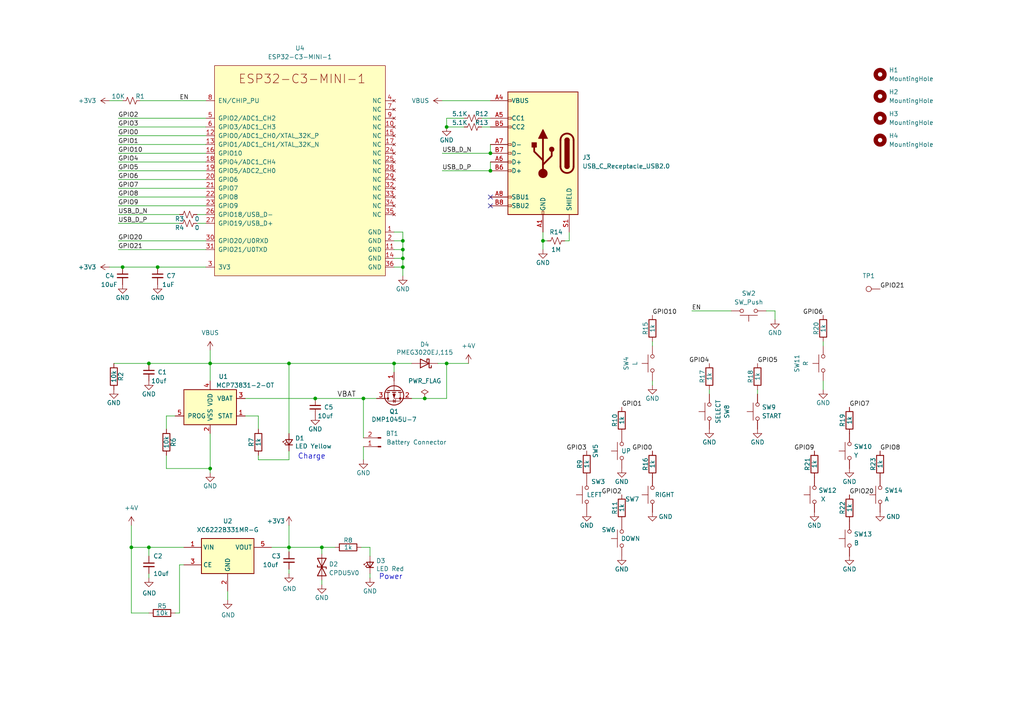
<source format=kicad_sch>
(kicad_sch (version 20250114) (generator "eeschema") (generator_version "9.0")
  (paper "A4")
  (lib_symbols
    (symbol "Battery_Management:MCP73831-2-OT" (pin_names (offset 1.016))
      (property "Reference" "U" (at -7.62 6.35 0))
      (property "Value" "MCP73831-2-OT" (at 1.27 6.35 0))
      (symbol "MCP73831-2-OT_0_1"
        (rectangle (start -7.62 5.08) (end 7.62 -5.08) (stroke (width 0.254)) (fill (type background)))
      )
      (symbol "MCP73831-2-OT_1_1"
        (pin input line (at -10.16 -2.54 0) (length 2.54) (name "PROG") (number "5"))
        (pin power_in line (at 0 7.62 270) (length 2.54) (name "VDD") (number "4"))
        (pin power_in line (at 0 -7.62 90) (length 2.54) (name "VSS") (number "2"))
        (pin power_out line (at 10.16 2.54 180) (length 2.54) (name "VBAT") (number "3"))
        (pin output line (at 10.16 -2.54 180) (length 2.54) (name "STAT") (number "1"))
      )
    )
    (symbol "Connector:Conn_01x02_Male" (pin_names (offset 1.016) (hide yes))
      (property "Reference" "J" (at 0 2.54 0))
      (property "Value" "Conn_01x02_Male" (at 0 -5.08 0))
      (symbol "Conn_01x02_Male_1_1"
        (rectangle (start 0.8636 0.127) (end 0 -0.127) (stroke (width 0.1524)) (fill (type outline)))
        (rectangle (start 0.8636 -2.413) (end 0 -2.667) (stroke (width 0.1524)) (fill (type outline)))
        (polyline (pts (xy 1.27 0) (xy 0.8636 0)) (stroke (width 0.1524)))
        (polyline (pts (xy 1.27 -2.54) (xy 0.8636 -2.54)) (stroke (width 0.1524)))
        (pin passive line (at 5.08 0 180) (length 3.81) (name "Pin_1") (number "1"))
        (pin passive line (at 5.08 -2.54 180) (length 3.81) (name "Pin_2") (number "2"))
      )
    )
    (symbol "Connector:TestPoint" (pin_numbers (hide yes)) (pin_names (offset 0.762) (hide yes))
      (property "Reference" "TP" (at 0 6.858 0))
      (property "Value" "TestPoint" (at 0 5.08 0))
      (symbol "TestPoint_0_1"
        (circle (center 0 3.302) (radius 0.762))
      )
      (symbol "TestPoint_1_1"
        (pin passive line (at 0 0 90) (length 2.54) (name "1") (number "1"))
      )
    )
    (symbol "Connector:USB_C_Receptacle_USB2.0" (pin_names (offset 1.016))
      (property "Reference" "J" (at -10.16 19.05 0))
      (property "Value" "USB_C_Receptacle_USB2.0" (at 19.05 19.05 0))
      (symbol "USB_C_Receptacle_USB2.0_0_0"
        (rectangle (start -0.254 -17.78) (end 0.254 -16.764))
        (rectangle (start 10.16 15.494) (end 9.144 14.986))
        (rectangle (start 10.16 10.414) (end 9.144 9.906))
        (rectangle (start 10.16 7.874) (end 9.144 7.366))
        (rectangle (start 10.16 2.794) (end 9.144 2.286))
        (rectangle (start 10.16 0.254) (end 9.144 -0.254))
        (rectangle (start 10.16 -2.286) (end 9.144 -2.794))
        (rectangle (start 10.16 -4.826) (end 9.144 -5.334))
        (rectangle (start 10.16 -12.446) (end 9.144 -12.954))
        (rectangle (start 10.16 -14.986) (end 9.144 -15.494))
      )
      (symbol "USB_C_Receptacle_USB2.0_0_1"
        (rectangle (start -10.16 17.78) (end 10.16 -17.78) (stroke (width 0.254)) (fill (type background)))
        (polyline (pts (xy -8.89 -3.81) (xy -8.89 3.81)) (stroke (width 0.508)))
        (rectangle (start -7.62 -3.81) (end -6.35 3.81) (stroke (width 0.254)) (fill (type outline)))
        (arc (start -7.62 3.81) (mid -6.985 4.4422) (end -6.35 3.81) (stroke (width 0.254)))
        (arc (start -7.62 3.81) (mid -6.985 4.4422) (end -6.35 3.81) (stroke (width 0.254)) (fill (type outline)))
        (arc (start -8.89 3.81) (mid -6.985 5.7066) (end -5.08 3.81) (stroke (width 0.508)))
        (arc (start -5.08 -3.81) (mid -6.985 -5.7066) (end -8.89 -3.81) (stroke (width 0.508)))
        (arc (start -6.35 -3.81) (mid -6.985 -4.4422) (end -7.62 -3.81) (stroke (width 0.254)))
        (arc (start -6.35 -3.81) (mid -6.985 -4.4422) (end -7.62 -3.81) (stroke (width 0.254)) (fill (type outline)))
        (polyline (pts (xy -5.08 3.81) (xy -5.08 -3.81)) (stroke (width 0.508)))
        (circle (center -2.54 1.143) (radius 0.635) (stroke (width 0.254)) (fill (type outline)))
        (polyline (pts (xy -1.27 4.318) (xy 0 6.858) (xy 1.27 4.318) (xy -1.27 4.318)) (stroke (width 0.254)) (fill (type outline)))
        (polyline (pts (xy 0 -2.032) (xy 2.54 0.508) (xy 2.54 1.778)) (stroke (width 0.508)))
        (polyline (pts (xy 0 -3.302) (xy -2.54 -0.762) (xy -2.54 0.508)) (stroke (width 0.508)))
        (polyline (pts (xy 0 -5.842) (xy 0 4.318)) (stroke (width 0.508)))
        (circle (center 0 -5.842) (radius 1.27) (fill (type outline)))
        (rectangle (start 1.905 1.778) (end 3.175 3.048) (stroke (width 0.254)) (fill (type outline)))
      )
      (symbol "USB_C_Receptacle_USB2.0_1_1"
        (pin passive line (at -7.62 -22.86 90) (length 5.08) (name "SHIELD") (number "S1"))
        (pin power_in line (at 0 -22.86 90) (length 5.08) (name "GND") (number "A1"))
        (pin passive line (at 0 -22.86 90) (length 5.08) (hide yes) (name "GND") (number "A12"))
        (pin passive line (at 0 -22.86 90) (length 5.08) (hide yes) (name "GND") (number "B1"))
        (pin passive line (at 0 -22.86 90) (length 5.08) (hide yes) (name "GND") (number "B12"))
        (pin power_in line (at 15.24 15.24 180) (length 5.08) (name "VBUS") (number "A4"))
        (pin passive line (at 15.24 15.24 180) (length 5.08) (hide yes) (name "VBUS") (number "A9"))
        (pin passive line (at 15.24 15.24 180) (length 5.08) (hide yes) (name "VBUS") (number "B4"))
        (pin passive line (at 15.24 15.24 180) (length 5.08) (hide yes) (name "VBUS") (number "B9"))
        (pin bidirectional line (at 15.24 10.16 180) (length 5.08) (name "CC1") (number "A5"))
        (pin bidirectional line (at 15.24 7.62 180) (length 5.08) (name "CC2") (number "B5"))
        (pin bidirectional line (at 15.24 2.54 180) (length 5.08) (name "D-") (number "A7"))
        (pin bidirectional line (at 15.24 0 180) (length 5.08) (name "D-") (number "B7"))
        (pin bidirectional line (at 15.24 -2.54 180) (length 5.08) (name "D+") (number "A6"))
        (pin bidirectional line (at 15.24 -5.08 180) (length 5.08) (name "D+") (number "B6"))
        (pin bidirectional line (at 15.24 -12.7 180) (length 5.08) (name "SBU1") (number "A8"))
        (pin bidirectional line (at 15.24 -15.24 180) (length 5.08) (name "SBU2") (number "B8"))
      )
    )
    (symbol "Device:C_Small" (pin_numbers (hide yes)) (pin_names (offset 0.254) (hide yes))
      (property "Reference" "C" (at 0.254 1.778 0))
      (property "Value" "C_Small" (at 0.254 -2.032 0))
      (symbol "C_Small_0_1"
        (polyline (pts (xy -1.524 0.508) (xy 1.524 0.508)) (stroke (width 0.3048)))
        (polyline (pts (xy -1.524 -0.508) (xy 1.524 -0.508)) (stroke (width 0.3302)))
      )
      (symbol "C_Small_1_1"
        (pin passive line (at 0 2.54 270) (length 2.032) (name "~") (number "1"))
        (pin passive line (at 0 -2.54 90) (length 2.032) (name "~") (number "2"))
      )
    )
    (symbol "Device:D_Schottky" (pin_numbers (hide yes)) (pin_names (offset 1.016) (hide yes))
      (property "Reference" "D" (at 0 2.54 0))
      (property "Value" "D_Schottky" (at 0 -2.54 0))
      (symbol "D_Schottky_0_1"
        (polyline (pts (xy -1.905 0.635) (xy -1.905 1.27) (xy -1.27 1.27) (xy -1.27 -1.27) (xy -0.635 -1.27) (xy -0.635 -0.635)) (stroke (width 0.254)))
        (polyline (pts (xy 1.27 1.27) (xy 1.27 -1.27) (xy -1.27 0) (xy 1.27 1.27)) (stroke (width 0.254)))
        (polyline (pts (xy 1.27 0) (xy -1.27 0)))
      )
      (symbol "D_Schottky_1_1"
        (pin passive line (at -3.81 0 0) (length 2.54) (name "K") (number "1"))
        (pin passive line (at 3.81 0 180) (length 2.54) (name "A") (number "2"))
      )
    )
    (symbol "Device:D_TVS" (pin_numbers (hide yes)) (pin_names (offset 1.016) (hide yes))
      (property "Reference" "D" (at 0 2.54 0))
      (property "Value" "D_TVS" (at 0 -2.54 0))
      (symbol "D_TVS_0_1"
        (polyline (pts (xy -2.54 1.27) (xy -2.54 -1.27) (xy 2.54 1.27) (xy 2.54 -1.27) (xy -2.54 1.27)) (stroke (width 0.254)))
        (polyline (pts (xy 0.508 1.27) (xy 0 1.27) (xy 0 -1.27) (xy -0.508 -1.27)) (stroke (width 0.254)))
        (polyline (pts (xy 1.27 0) (xy -1.27 0)))
      )
      (symbol "D_TVS_1_1"
        (pin passive line (at -3.81 0 0) (length 2.54) (name "A1") (number "1"))
        (pin passive line (at 3.81 0 180) (length 2.54) (name "A2") (number "2"))
      )
    )
    (symbol "Device:LED_Small" (pin_numbers (hide yes)) (pin_names (offset 0.254) (hide yes))
      (property "Reference" "D" (at -1.27 3.175 0))
      (property "Value" "LED_Small" (at -4.445 -2.54 0))
      (symbol "LED_Small_0_1"
        (polyline (pts (xy -0.762 -1.016) (xy -0.762 1.016)) (stroke (width 0.254)))
        (polyline (pts (xy 0 0.762) (xy -0.508 1.27) (xy -0.254 1.27) (xy -0.508 1.27) (xy -0.508 1.016)))
        (polyline (pts (xy 0.508 1.27) (xy 0 1.778) (xy 0.254 1.778) (xy 0 1.778) (xy 0 1.524)))
        (polyline (pts (xy 0.762 -1.016) (xy -0.762 0) (xy 0.762 1.016) (xy 0.762 -1.016)) (stroke (width 0.254)))
        (polyline (pts (xy 1.016 0) (xy -0.762 0)))
      )
      (symbol "LED_Small_1_1"
        (pin passive line (at -2.54 0 0) (length 1.778) (name "K") (number "1"))
        (pin passive line (at 2.54 0 180) (length 1.778) (name "A") (number "2"))
      )
    )
    (symbol "Device:Q_PMOS_GSD" (pin_names (offset 0) (hide yes))
      (property "Reference" "Q" (at 5.08 1.27 0))
      (property "Value" "Q_PMOS_GSD" (at 5.08 -1.27 0))
      (symbol "Q_PMOS_GSD_0_1"
        (polyline (pts (xy 0.254 1.905) (xy 0.254 -1.905)) (stroke (width 0.254)))
        (polyline (pts (xy 0.254 0) (xy -2.54 0)))
        (polyline (pts (xy 0.762 2.286) (xy 0.762 1.27)) (stroke (width 0.254)))
        (polyline (pts (xy 0.762 1.778) (xy 3.302 1.778) (xy 3.302 -1.778) (xy 0.762 -1.778)))
        (polyline (pts (xy 0.762 0.508) (xy 0.762 -0.508)) (stroke (width 0.254)))
        (polyline (pts (xy 0.762 -1.27) (xy 0.762 -2.286)) (stroke (width 0.254)))
        (circle (center 1.651 0) (radius 2.794) (stroke (width 0.254)))
        (polyline (pts (xy 2.286 0) (xy 1.27 0.381) (xy 1.27 -0.381) (xy 2.286 0)) (fill (type outline)))
        (polyline (pts (xy 2.54 2.54) (xy 2.54 1.778)))
        (circle (center 2.54 1.778) (radius 0.254) (fill (type outline)))
        (circle (center 2.54 -1.778) (radius 0.254) (fill (type outline)))
        (polyline (pts (xy 2.54 -2.54) (xy 2.54 0) (xy 0.762 0)))
        (polyline (pts (xy 2.794 -0.508) (xy 2.921 -0.381) (xy 3.683 -0.381) (xy 3.81 -0.254)))
        (polyline (pts (xy 3.302 -0.381) (xy 2.921 0.254) (xy 3.683 0.254) (xy 3.302 -0.381)))
      )
      (symbol "Q_PMOS_GSD_1_1"
        (pin input line (at -5.08 0 0) (length 2.54) (name "G") (number "1"))
        (pin passive line (at 2.54 5.08 270) (length 2.54) (name "D") (number "3"))
        (pin passive line (at 2.54 -5.08 90) (length 2.54) (name "S") (number "2"))
      )
    )
    (symbol "Device:R" (pin_numbers (hide yes)) (pin_names (offset 0))
      (property "Reference" "R" (at 2.032 0 90))
      (property "Value" "R" (at 0 0 90))
      (symbol "R_0_1"
        (rectangle (start -1.016 -2.54) (end 1.016 2.54) (stroke (width 0.254)))
      )
      (symbol "R_1_1"
        (pin passive line (at 0 3.81 270) (length 1.27) (name "~") (number "1"))
        (pin passive line (at 0 -3.81 90) (length 1.27) (name "~") (number "2"))
      )
    )
    (symbol "Device:R_Small_US" (pin_numbers (hide yes)) (pin_names (offset 0.254) (hide yes))
      (property "Reference" "R" (at 0.762 0.508 0))
      (property "Value" "R_Small_US" (at 0.762 -1.016 0))
      (symbol "R_Small_US_1_1"
        (polyline (pts (xy 0 1.524) (xy 1.016 1.143) (xy 0 0.762) (xy -1.016 0.381) (xy 0 0)))
        (polyline (pts (xy 0 0) (xy 1.016 -0.381) (xy 0 -0.762) (xy -1.016 -1.143) (xy 0 -1.524)))
        (pin passive line (at 0 2.54 270) (length 1.016) (name "~") (number "1"))
        (pin passive line (at 0 -2.54 90) (length 1.016) (name "~") (number "2"))
      )
    )
    (symbol "Mechanical:MountingHole" (pin_names (offset 1.016))
      (property "Reference" "H" (at 0 5.08 0))
      (property "Value" "MountingHole" (at 0 3.175 0))
      (symbol "MountingHole_0_1"
        (circle (center 0 0) (radius 1.27) (stroke (width 1.27)))
      )
    )
    (symbol "Regulator_Linear:XC6210B332MR"
      (property "Reference" "U" (at 0 8.89 0))
      (property "Value" "XC6210B332MR" (at 0 6.35 0))
      (symbol "XC6210B332MR_0_1"
        (rectangle (start -7.62 5.08) (end 7.62 -5.08) (stroke (width 0.254)) (fill (type background)))
      )
      (symbol "XC6210B332MR_1_1"
        (pin power_in line (at -12.7 2.54 0) (length 5.08) (name "VIN") (number "1"))
        (pin input line (at -12.7 -2.54 0) (length 5.08) (name "CE") (number "3"))
        (pin power_in line (at 0 -10.16 90) (length 5.08) (name "GND") (number "2"))
        (pin power_out line (at 12.7 2.54 180) (length 5.08) (name "VOUT") (number "5"))
        (pin no_connect line (at 12.7 -2.54 180) (length 5.08) (hide yes) (name "NC") (number "4"))
      )
    )
    (symbol "Switch:SW_Push" (pin_numbers (hide yes)) (pin_names (offset 1.016) (hide yes))
      (property "Reference" "SW" (at 1.27 2.54 0))
      (property "Value" "SW_Push" (at 0 -1.524 0))
      (symbol "SW_Push_0_1"
        (circle (center -2.032 0) (radius 0.508))
        (polyline (pts (xy 0 1.27) (xy 0 3.048)))
        (circle (center 2.032 0) (radius 0.508))
        (polyline (pts (xy 2.54 1.27) (xy -2.54 1.27)))
        (pin passive line (at -5.08 0 0) (length 2.54) (name "1") (number "1"))
        (pin passive line (at 5.08 0 180) (length 2.54) (name "2") (number "2"))
      )
    )
    (symbol "espressif:ESP32-C3-MINI-1" (pin_names (offset 1.016))
      (property "Reference" "U" (at 0 33.02 0))
      (property "Value" "ESP32-C3-MINI-1" (at 0 -30.48 0))
      (symbol "ESP32-C3-MINI-1_0_0"
        (text "ESP32-C3-MINI-1" (at 1.27 27.94 0) (effects (font (size 2.54 2.54))))
      )
      (symbol "ESP32-C3-MINI-1_0_1"
        (rectangle (start -24.13 31.75) (end 25.4 -29.21) (fill (type background)))
      )
      (symbol "ESP32-C3-MINI-1_1_1"
        (pin input line (at -26.67 21.59 0) (length 2.54) (name "EN/CHIP_PU") (number "8"))
        (pin bidirectional line (at -26.67 16.51 0) (length 2.54) (name "GPIO2/ADC1_CH2") (number "5"))
        (pin bidirectional line (at -26.67 13.97 0) (length 2.54) (name "GPIO3/ADC1_CH3") (number "6"))
        (pin bidirectional line (at -26.67 11.43 0) (length 2.54) (name "GPIO0/ADC1_CH0/XTAL_32K_P") (number "12"))
        (pin bidirectional line (at -26.67 8.89 0) (length 2.54) (name "GPIO1/ADC1_CH1/XTAL_32K_N") (number "13"))
        (pin bidirectional line (at -26.67 6.35 0) (length 2.54) (name "GPIO10") (number "16"))
        (pin bidirectional line (at -26.67 3.81 0) (length 2.54) (name "GPIO4/ADC1_CH4") (number "18"))
        (pin bidirectional line (at -26.67 1.27 0) (length 2.54) (name "GPIO5/ADC2_CH0") (number "19"))
        (pin bidirectional line (at -26.67 -1.27 0) (length 2.54) (name "GPIO6") (number "20"))
        (pin bidirectional line (at -26.67 -3.81 0) (length 2.54) (name "GPIO7") (number "21"))
        (pin bidirectional line (at -26.67 -6.35 0) (length 2.54) (name "GPIO8") (number "22"))
        (pin bidirectional line (at -26.67 -8.89 0) (length 2.54) (name "GPIO9") (number "23"))
        (pin bidirectional line (at -26.67 -11.43 0) (length 2.54) (name "GPIO18/USB_D-") (number "26"))
        (pin bidirectional line (at -26.67 -13.97 0) (length 2.54) (name "GPIO19/USB_D+") (number "27"))
        (pin bidirectional line (at -26.67 -19.05 0) (length 2.54) (name "GPIO20/U0RXD") (number "30"))
        (pin bidirectional line (at -26.67 -21.59 0) (length 2.54) (name "GPIO21/U0TXD") (number "31"))
        (pin power_in line (at -26.67 -26.67 0) (length 2.54) (name "3V3") (number "3"))
        (pin no_connect line (at 27.94 21.59 180) (length 2.54) (name "NC") (number "4"))
        (pin no_connect line (at 27.94 19.05 180) (length 2.54) (name "NC") (number "7"))
        (pin no_connect line (at 27.94 16.51 180) (length 2.54) (name "NC") (number "9"))
        (pin no_connect line (at 27.94 13.97 180) (length 2.54) (name "NC") (number "10"))
        (pin no_connect line (at 27.94 11.43 180) (length 2.54) (name "NC") (number "15"))
        (pin no_connect line (at 27.94 8.89 180) (length 2.54) (name "NC") (number "17"))
        (pin no_connect line (at 27.94 6.35 180) (length 2.54) (name "NC") (number "24"))
        (pin no_connect line (at 27.94 3.81 180) (length 2.54) (name "NC") (number "25"))
        (pin no_connect line (at 27.94 1.27 180) (length 2.54) (name "NC") (number "28"))
        (pin no_connect line (at 27.94 -1.27 180) (length 2.54) (name "NC") (number "29"))
        (pin no_connect line (at 27.94 -3.81 180) (length 2.54) (name "NC") (number "32"))
        (pin no_connect line (at 27.94 -6.35 180) (length 2.54) (name "NC") (number "33"))
        (pin no_connect line (at 27.94 -8.89 180) (length 2.54) (name "NC") (number "34"))
        (pin no_connect line (at 27.94 -11.43 180) (length 2.54) (name "NC") (number "35"))
        (pin power_in line (at 27.94 -16.51 180) (length 2.54) (name "GND") (number "1"))
        (pin power_in line (at 27.94 -19.05 180) (length 2.54) (name "GND") (number "2"))
        (pin power_in line (at 27.94 -21.59 180) (length 2.54) (name "GND") (number "11"))
        (pin power_in line (at 27.94 -24.13 180) (length 2.54) (name "GND") (number "14"))
        (pin power_in line (at 27.94 -26.67 180) (length 2.54) (name "GND") (number "36"))
      )
    )
    (symbol "power:+3.3V" (power) (pin_names (offset 0))
      (property "Value" "+3.3V" (at 0 3.556 0))
      (symbol "+3.3V_0_1"
        (polyline (pts (xy -0.762 1.27) (xy 0 2.54)))
        (polyline (pts (xy 0 2.54) (xy 0.762 1.27)))
        (polyline (pts (xy 0 0) (xy 0 2.54)))
      )
      (symbol "+3.3V_1_1"
        (pin power_in line (at 0 0 90) (length 0) (hide yes) (name "+3V3") (number "1"))
      )
    )
    (symbol "power:+4V" (power) (pin_names (offset 0))
      (property "Value" "+4V" (at 0 3.556 0))
      (symbol "+4V_0_1"
        (polyline (pts (xy -0.762 1.27) (xy 0 2.54)))
        (polyline (pts (xy 0 2.54) (xy 0.762 1.27)))
        (polyline (pts (xy 0 0) (xy 0 2.54)))
      )
      (symbol "+4V_1_1"
        (pin power_in line (at 0 0 90) (length 0) (hide yes) (name "+4V") (number "1"))
      )
    )
    (symbol "power:GND" (power) (pin_names (offset 0))
      (property "Value" "GND" (at 0 -3.81 0))
      (symbol "GND_0_1"
        (polyline (pts (xy 0 0) (xy 0 -1.27) (xy 1.27 -1.27) (xy 0 -2.54) (xy -1.27 -1.27) (xy 0 -1.27)))
      )
      (symbol "GND_1_1"
        (pin power_in line (at 0 0 270) (length 0) (hide yes) (name "GND") (number "1"))
      )
    )
    (symbol "power:PWR_FLAG" (power) (pin_numbers (hide yes)) (pin_names (offset 0) (hide yes))
      (property "Value" "PWR_FLAG" (at 0 3.81 0))
      (symbol "PWR_FLAG_0_0"
        (pin power_out line (at 0 0 90) (length 0) (name "pwr") (number "1"))
      )
      (symbol "PWR_FLAG_0_1"
        (polyline (pts (xy 0 0) (xy 0 1.27) (xy -1.016 1.905) (xy 0 2.54) (xy 1.016 1.905) (xy 0 1.27)))
      )
    )
    (symbol "power:VBUS" (power) (pin_names (offset 0))
      (property "Value" "VBUS" (at 0 3.81 0))
      (symbol "VBUS_0_1"
        (polyline (pts (xy -0.762 1.27) (xy 0 2.54)))
        (polyline (pts (xy 0 2.54) (xy 0.762 1.27)))
        (polyline (pts (xy 0 0) (xy 0 2.54)))
      )
      (symbol "VBUS_1_1"
        (pin power_in line (at 0 0 90) (length 0) (hide yes) (name "VBUS") (number "1"))
      )
    )
  )
  (text "Power" (at 109.855 168.275 0) (effects (font (size 1.524 1.524)) (justify left bottom)))
  (text "Charge" (at 86.36 133.35 0) (effects (font (size 1.524 1.524)) (justify left bottom)))
  (junction (at 60.96 105.41))
  (junction (at 142.24 49.53))
  (junction (at 38.1 158.75))
  (junction (at 43.18 105.41))
  (junction (at 105.41 115.57))
  (junction (at 116.84 74.93))
  (junction (at 35.56 77.47))
  (junction (at 60.96 135.89))
  (junction (at 93.345 158.75))
  (junction (at 116.84 69.85))
  (junction (at 116.84 72.39))
  (junction (at 157.48 69.85))
  (junction (at 91.44 115.57))
  (junction (at 142.24 44.45))
  (junction (at 129.54 105.41))
  (junction (at 83.82 105.41))
  (junction (at 129.54 36.83))
  (junction (at 43.18 158.75))
  (junction (at 114.3 105.41))
  (junction (at 123.19 115.57))
  (junction (at 83.82 158.75))
  (junction (at 116.84 77.47))
  (junction (at 45.72 77.47))
  (no_connect (at 142.24 57.15))
  (no_connect (at 142.24 59.69))
  (wire (pts (xy 83.82 160.02) (xy 83.82 158.75)))
  (wire (pts (xy 128.27 44.45) (xy 142.24 44.45)))
  (wire (pts (xy 60.96 125.73) (xy 60.96 135.89)))
  (wire (pts (xy 43.18 166.37) (xy 43.18 167.64)))
  (wire (pts (xy 93.345 158.75) (xy 93.345 160.655)))
  (wire (pts (xy 34.29 41.91) (xy 59.69 41.91)))
  (wire (pts (xy 34.29 57.15) (xy 59.69 57.15)))
  (wire (pts (xy 129.54 36.83) (xy 129.54 34.29)))
  (wire (pts (xy 134.62 36.83) (xy 129.54 36.83)))
  (wire (pts (xy 142.24 46.99) (xy 142.24 49.53)))
  (wire (pts (xy 91.44 115.57) (xy 105.41 115.57)))
  (wire (pts (xy 116.84 69.85) (xy 116.84 72.39)))
  (wire (pts (xy 48.26 132.08) (xy 48.26 135.89)))
  (wire (pts (xy 34.29 46.99) (xy 59.69 46.99)))
  (wire (pts (xy 142.24 41.91) (xy 142.24 44.45)))
  (wire (pts (xy 40.64 29.21) (xy 59.69 29.21)))
  (wire (pts (xy 114.3 105.41) (xy 119.38 105.41)))
  (wire (pts (xy 34.29 39.37) (xy 59.69 39.37)))
  (wire (pts (xy 116.84 77.47) (xy 116.84 80.01)))
  (wire (pts (xy 189.23 100.33) (xy 189.23 99.06)))
  (wire (pts (xy 74.93 133.35) (xy 83.82 133.35)))
  (wire (pts (xy 114.3 74.93) (xy 116.84 74.93)))
  (wire (pts (xy 52.07 163.83) (xy 53.34 163.83)))
  (wire (pts (xy 60.96 135.89) (xy 60.96 137.16)))
  (wire (pts (xy 34.29 34.29) (xy 59.69 34.29)))
  (wire (pts (xy 66.04 173.99) (xy 66.04 171.45)))
  (wire (pts (xy 200.66 90.17) (xy 212.09 90.17)))
  (wire (pts (xy 78.74 158.75) (xy 83.82 158.75)))
  (wire (pts (xy 35.56 77.47) (xy 45.72 77.47)))
  (wire (pts (xy 93.345 168.275) (xy 93.345 169.545)))
  (wire (pts (xy 116.84 67.31) (xy 116.84 69.85)))
  (wire (pts (xy 38.1 177.8) (xy 43.18 177.8)))
  (wire (pts (xy 57.15 62.23) (xy 59.69 62.23)))
  (wire (pts (xy 34.29 62.23) (xy 52.07 62.23)))
  (wire (pts (xy 74.93 120.65) (xy 74.93 124.46)))
  (wire (pts (xy 128.27 49.53) (xy 142.24 49.53)))
  (wire (pts (xy 123.19 115.57) (xy 129.54 115.57)))
  (wire (pts (xy 93.345 158.75) (xy 97.155 158.75)))
  (wire (pts (xy 224.79 90.17) (xy 224.79 92.71)))
  (wire (pts (xy 43.18 105.41) (xy 60.96 105.41)))
  (wire (pts (xy 107.315 158.75) (xy 107.315 161.29)))
  (wire (pts (xy 34.29 44.45) (xy 59.69 44.45)))
  (wire (pts (xy 129.54 115.57) (xy 129.54 105.41)))
  (wire (pts (xy 60.96 105.41) (xy 83.82 105.41)))
  (wire (pts (xy 60.96 105.41) (xy 60.96 101.6)))
  (wire (pts (xy 139.7 34.29) (xy 142.24 34.29)))
  (wire (pts (xy 219.71 114.3) (xy 219.71 113.03)))
  (wire (pts (xy 38.1 152.4) (xy 38.1 158.75)))
  (wire (pts (xy 34.29 54.61) (xy 59.69 54.61)))
  (wire (pts (xy 48.26 135.89) (xy 60.96 135.89)))
  (wire (pts (xy 38.1 158.75) (xy 43.18 158.75)))
  (wire (pts (xy 83.82 105.41) (xy 83.82 125.73)))
  (wire (pts (xy 48.26 120.65) (xy 48.26 124.46)))
  (wire (pts (xy 43.18 158.75) (xy 43.18 161.29)))
  (wire (pts (xy 34.29 69.85) (xy 59.69 69.85)))
  (wire (pts (xy 71.12 115.57) (xy 91.44 115.57)))
  (wire (pts (xy 157.48 69.85) (xy 158.75 69.85)))
  (wire (pts (xy 34.29 52.07) (xy 59.69 52.07)))
  (wire (pts (xy 43.18 105.41) (xy 33.02 105.41)))
  (wire (pts (xy 105.41 115.57) (xy 109.22 115.57)))
  (wire (pts (xy 60.96 110.49) (xy 60.96 105.41)))
  (wire (pts (xy 31.75 77.47) (xy 35.56 77.47)))
  (wire (pts (xy 116.84 74.93) (xy 116.84 77.47)))
  (wire (pts (xy 114.3 72.39) (xy 116.84 72.39)))
  (wire (pts (xy 119.38 115.57) (xy 123.19 115.57)))
  (wire (pts (xy 57.15 64.77) (xy 59.69 64.77)))
  (wire (pts (xy 34.29 64.77) (xy 52.07 64.77)))
  (wire (pts (xy 105.41 129.54) (xy 105.41 133.35)))
  (wire (pts (xy 139.7 36.83) (xy 142.24 36.83)))
  (wire (pts (xy 50.8 120.65) (xy 48.26 120.65)))
  (wire (pts (xy 34.29 72.39) (xy 59.69 72.39)))
  (wire (pts (xy 189.23 111.76) (xy 189.23 110.49)))
  (wire (pts (xy 83.82 105.41) (xy 114.3 105.41)))
  (wire (pts (xy 52.07 177.8) (xy 52.07 163.83)))
  (wire (pts (xy 34.29 36.83) (xy 59.69 36.83)))
  (wire (pts (xy 114.3 107.95) (xy 114.3 105.41)))
  (wire (pts (xy 83.82 133.35) (xy 83.82 130.81)))
  (wire (pts (xy 53.34 158.75) (xy 43.18 158.75)))
  (wire (pts (xy 205.74 114.3) (xy 205.74 113.03)))
  (wire (pts (xy 50.8 177.8) (xy 52.07 177.8)))
  (wire (pts (xy 238.76 100.33) (xy 238.76 99.06)))
  (wire (pts (xy 163.83 69.85) (xy 165.1 69.85)))
  (wire (pts (xy 165.1 69.85) (xy 165.1 67.31)))
  (wire (pts (xy 114.3 69.85) (xy 116.84 69.85)))
  (wire (pts (xy 104.775 158.75) (xy 107.315 158.75)))
  (wire (pts (xy 45.72 77.47) (xy 59.69 77.47)))
  (wire (pts (xy 34.29 59.69) (xy 59.69 59.69)))
  (wire (pts (xy 31.75 29.21) (xy 35.56 29.21)))
  (wire (pts (xy 107.315 166.37) (xy 107.315 167.64)))
  (wire (pts (xy 157.48 67.31) (xy 157.48 69.85)))
  (wire (pts (xy 157.48 69.85) (xy 157.48 72.39)))
  (wire (pts (xy 38.1 158.75) (xy 38.1 177.8)))
  (wire (pts (xy 114.3 77.47) (xy 116.84 77.47)))
  (wire (pts (xy 129.54 105.41) (xy 127 105.41)))
  (wire (pts (xy 83.82 158.75) (xy 83.82 152.4)))
  (wire (pts (xy 34.29 49.53) (xy 59.69 49.53)))
  (wire (pts (xy 83.82 158.75) (xy 93.345 158.75)))
  (wire (pts (xy 105.41 115.57) (xy 105.41 127)))
  (wire (pts (xy 222.25 90.17) (xy 224.79 90.17)))
  (wire (pts (xy 71.12 120.65) (xy 74.93 120.65)))
  (wire (pts (xy 129.54 34.29) (xy 134.62 34.29)))
  (wire (pts (xy 129.54 105.41) (xy 135.89 105.41)))
  (wire (pts (xy 114.3 67.31) (xy 116.84 67.31)))
  (wire (pts (xy 238.76 113.03) (xy 238.76 110.49)))
  (wire (pts (xy 83.82 166.37) (xy 83.82 165.1)))
  (wire (pts (xy 74.93 132.08) (xy 74.93 133.35)))
  (wire (pts (xy 116.84 72.39) (xy 116.84 74.93)))
  (wire (pts (xy 128.27 29.21) (xy 142.24 29.21)))
  (label "GPIO8" (at 255.27 130.81 0))
  (label "GPIO8" (at 34.29 57.15 0))
  (label "VBAT" (at 97.79 115.57 0) (effects (font (size 1.524 1.524))))
  (label "GPIO2" (at 34.29 34.29 0))
  (label "GPIO3" (at 34.29 36.83 0))
  (label "GPIO10" (at 189.23 91.44 0))
  (label "EN" (at 200.66 90.17 0))
  (label "GPIO1" (at 180.34 118.11 0))
  (label "GPIO1" (at 34.29 41.91 0))
  (label "GPIO21" (at 34.29 72.39 0))
  (label "GPIO4" (at 205.74 105.41 180))
  (label "GPIO21" (at 255.27 83.82 0))
  (label "GPIO6" (at 34.29 52.07 0))
  (label "USB_D_P" (at 128.27 49.53 0))
  (label "GPIO9" (at 34.29 59.69 0))
  (label "GPIO20" (at 246.38 143.51 0))
  (label "GPIO2" (at 180.34 143.51 180))
  (label "GPIO3" (at 170.18 130.81 180))
  (label "GPIO20" (at 34.29 69.85 0))
  (label "GPIO9" (at 236.22 130.81 180))
  (label "GPIO4" (at 34.29 46.99 0))
  (label "GPIO5" (at 219.71 105.41 0))
  (label "GPIO6" (at 238.76 91.44 180))
  (label "USB_D_P" (at 34.29 64.77 0))
  (label "USB_D_N" (at 34.29 62.23 0))
  (label "GPIO10" (at 34.29 44.45 0))
  (label "USB_D_N" (at 128.27 44.45 0))
  (label "GPIO7" (at 246.38 118.11 0))
  (label "EN" (at 52.07 29.21 0))
  (label "GPIO7" (at 34.29 54.61 0))
  (label "GPIO5" (at 34.29 49.53 0))
  (label "GPIO0" (at 189.23 130.81 180))
  (label "GPIO0" (at 34.29 39.37 0))
  (symbol (lib_id "power:+3.3V") (at 31.75 29.21 90) (unit 1)
    (property "Reference" "#PWR0113" (effects (hide yes)))
    (property "Value" "+3V3" (at 27.94 29.2099 90) (effects (justify left)))
  )
  (symbol (lib_id "Regulator_Linear:XC6210B332MR") (at 66.04 161.29 0) (unit 1)
    (property "Reference" "U2" (at 66.04 151.13 0))
    (property "Value" "XC6222B331MR-G" (at 66.04 153.67 0))
    (property "Footprint" "Package_TO_SOT_SMD:SOT-23-5" (effects (hide yes)))
    (property "Datasheet" "https://www.torexsemi.com/file/xc6210/XC6210.pdf" (effects (hide yes)))
  )
  (symbol (lib_id "power:GND") (at 238.76 113.03 0) (unit 1)
    (property "Reference" "#PWR0102" (effects (hide yes)))
    (property "Value" "GND" (at 238.76 116.84 0))
  )
  (symbol (lib_id "Switch:SW_Push") (at 238.76 105.41 90) (unit 1)
    (property "Reference" "SW11" (at 231.14 105.41 0))
    (property "Value" "R" (at 233.68 105.41 0))
    (property "Footprint" "Button_Switch_SMD:SW_Push_1P1T-MP_NO_Horizontal_Alps_SKRTLAE010" (effects (hide yes)))
  )
  (symbol (lib_id "Device:C_Small") (at 91.44 118.11 0) (unit 1)
    (property "Reference" "C5" (at 93.98 118.11 0) (effects (justify left)))
    (property "Value" "10uf" (at 92.075 120.65 0) (effects (justify left)))
    (property "Footprint" "Capacitor_SMD:C_0805_2012Metric" (effects (hide yes)))
  )
  (symbol (lib_id "power:GND") (at 180.34 161.29 0) (unit 1)
    (property "Reference" "#PWR0110" (effects (hide yes)))
    (property "Value" "GND" (at 180.34 165.1 0))
  )
  (symbol (lib_id "power:GND") (at 43.18 110.49 0) (unit 1)
    (property "Reference" "#PWR03" (effects (hide yes)))
    (property "Value" "GND" (at 43.18 114.3 0))
  )
  (symbol (lib_id "Device:R_Small_US") (at 54.61 62.23 270) (unit 1)
    (property "Reference" "R3" (at 52.07 63.5 90))
    (property "Value" "0" (at 57.15 63.5 90))
    (property "Footprint" "Resistor_SMD:R_0402_1005Metric" (effects (hide yes)))
  )
  (symbol (lib_id "Device:D_TVS") (at 93.345 164.465 90) (unit 1)
    (property "Reference" "D2" (at 95.377 163.6303 90) (effects (justify right)))
    (property "Value" "CPDU5V0" (at 95.377 166.1672 90) (effects (justify right)))
    (property "Footprint" "Diode_SMD:D_0603_1608Metric" (effects (hide yes)))
  )
  (symbol (lib_id "power:GND") (at 219.71 124.46 0) (unit 1)
    (property "Reference" "#PWR0117" (effects (hide yes)))
    (property "Value" "GND" (at 219.71 128.27 0))
  )
  (symbol (lib_id "power:GND") (at 129.54 36.83 0) (unit 1)
    (property "Reference" "#PWR0126" (effects (hide yes)))
    (property "Value" "GND" (at 129.54 40.64 0))
  )
  (symbol (lib_id "Device:R") (at 189.23 95.25 180) (unit 1)
    (property "Reference" "R15" (at 187.198 95.25 90))
    (property "Value" "1k" (at 189.23 95.25 90))
    (property "Footprint" "Resistor_SMD:R_0603_1608Metric" (effects (hide yes)))
  )
  (symbol (lib_id "Mechanical:MountingHole") (at 255.27 34.29 0) (unit 1)
    (property "Reference" "H3" (at 257.81 33.0199 0) (effects (justify left)))
    (property "Value" "MountingHole" (at 257.81 35.5599 0) (effects (justify left)))
    (property "Footprint" "MountingHole:MountingHole_3.2mm_M3" (effects (hide yes)))
  )
  (symbol (lib_id "power:GND") (at 224.79 92.71 0) (mirror y) (unit 1)
    (property "Reference" "#PWR0131" (effects (hide yes)))
    (property "Value" "GND" (at 224.79 96.52 0))
  )
  (symbol (lib_id "Device:R") (at 238.76 95.25 180) (unit 1)
    (property "Reference" "R20" (at 236.728 95.25 90))
    (property "Value" "1k" (at 238.76 95.25 90))
    (property "Footprint" "Resistor_SMD:R_0603_1608Metric" (effects (hide yes)))
  )
  (symbol (lib_id "Device:R") (at 236.22 134.62 180) (unit 1)
    (property "Reference" "R21" (at 234.188 134.62 90))
    (property "Value" "1k" (at 236.22 134.62 90))
    (property "Footprint" "Resistor_SMD:R_0603_1608Metric" (effects (hide yes)))
  )
  (symbol (lib_id "power:GND") (at 105.41 133.35 0) (unit 1)
    (property "Reference" "#PWR012" (effects (hide yes)))
    (property "Value" "GND" (at 105.41 137.16 0))
  )
  (symbol (lib_id "Mechanical:MountingHole") (at 255.27 27.94 0) (unit 1)
    (property "Reference" "H2" (at 257.81 26.6699 0) (effects (justify left)))
    (property "Value" "MountingHole" (at 257.81 29.2099 0) (effects (justify left)))
    (property "Footprint" "MountingHole:MountingHole_3.2mm_M3" (effects (hide yes)))
  )
  (symbol (lib_id "Switch:SW_Push") (at 219.71 119.38 90) (unit 1)
    (property "Reference" "SW9" (at 220.98 118.1099 90) (effects (justify right)))
    (property "Value" "START" (at 220.98 120.6499 90) (effects (justify right)))
    (property "Footprint" "Button_Switch_SMD:SW_Push_1P1T_NO_CK_KMR2" (effects (hide yes)))
  )
  (symbol (lib_id "Device:C_Small") (at 43.18 107.95 0) (unit 1)
    (property "Reference" "C1" (at 45.72 107.95 0) (effects (justify left)))
    (property "Value" "10uf" (at 43.815 110.49 0) (effects (justify left)))
    (property "Footprint" "Capacitor_SMD:C_0805_2012Metric" (effects (hide yes)))
  )
  (symbol (lib_id "power:GND") (at 236.22 148.59 0) (unit 1)
    (property "Reference" "#PWR0101" (effects (hide yes)))
    (property "Value" "GND" (at 236.22 152.4 0))
  )
  (symbol (lib_id "Device:LED_Small") (at 107.315 163.83 90) (unit 1)
    (property "Reference" "D3" (at 109.093 162.6616 90) (effects (justify right)))
    (property "Value" "LED Red" (at 109.093 164.973 90) (effects (justify right)))
    (property "Footprint" "LED_SMD:LED_0603_1608Metric" (effects (hide yes)))
  )
  (symbol (lib_id "Device:R") (at 48.26 128.27 0) (unit 1)
    (property "Reference" "R6" (at 50.292 128.27 90))
    (property "Value" "10k" (at 48.26 128.27 90))
    (property "Footprint" "Resistor_SMD:R_0603_1608Metric" (effects (hide yes)))
  )
  (symbol (lib_id "Switch:SW_Push") (at 170.18 143.51 90) (unit 1)
    (property "Reference" "SW3" (at 171.45 139.7 90) (effects (justify right)))
    (property "Value" "LEFT" (at 170.18 143.51 90) (effects (justify right)))
    (property "Footprint" "Button_Switch_SMD:SW_Push_1P1T_NO_CK_KMR2" (effects (hide yes)))
  )
  (symbol (lib_id "power:+4V") (at 135.89 105.41 0) (unit 1)
    (property "Reference" "#PWR014" (effects (hide yes)))
    (property "Value" "+4V" (at 135.89 100.33 0))
  )
  (symbol (lib_id "Device:R") (at 180.34 147.32 180) (unit 1)
    (property "Reference" "R11" (at 178.308 147.32 90))
    (property "Value" "1k" (at 180.34 147.32 90))
    (property "Footprint" "Resistor_SMD:R_0603_1608Metric" (effects (hide yes)))
  )
  (symbol (lib_id "power:GND") (at 93.345 169.545 0) (unit 1)
    (property "Reference" "#PWR011" (effects (hide yes)))
    (property "Value" "GND" (at 93.345 173.355 0))
  )
  (symbol (lib_id "Device:C_Small") (at 43.18 163.83 0) (unit 1)
    (property "Reference" "C2" (at 44.45 161.29 0) (effects (justify left)))
    (property "Value" "10uf" (at 44.45 166.37 0) (effects (justify left)))
    (property "Footprint" "Capacitor_SMD:C_0805_2012Metric" (effects (hide yes)))
  )
  (symbol (lib_id "power:GND") (at 116.84 80.01 0) (unit 1)
    (property "Reference" "#PWR0103" (effects (hide yes)))
    (property "Value" "GND" (at 116.84 83.82 0))
  )
  (symbol (lib_id "power:+3.3V") (at 31.75 77.47 90) (unit 1)
    (property "Reference" "#PWR0107" (effects (hide yes)))
    (property "Value" "+3V3" (at 27.94 77.4699 90) (effects (justify left)))
  )
  (symbol (lib_id "Device:R") (at 33.02 109.22 0) (unit 1)
    (property "Reference" "R2" (at 35.052 109.22 90))
    (property "Value" "10k" (at 33.02 109.22 90))
    (property "Footprint" "Resistor_SMD:R_0603_1608Metric" (effects (hide yes)))
  )
  (symbol (lib_id "Device:C_Small") (at 83.82 162.56 0) (unit 1)
    (property "Reference" "C3" (at 78.74 161.29 0) (effects (justify left)))
    (property "Value" "10uf" (at 76.2 163.83 0) (effects (justify left)))
    (property "Footprint" "Capacitor_SMD:C_0805_2012Metric" (effects (hide yes)))
  )
  (symbol (lib_id "Device:R") (at 246.38 121.92 180) (unit 1)
    (property "Reference" "R19" (at 244.348 121.92 90))
    (property "Value" "1k" (at 246.38 121.92 90))
    (property "Footprint" "Resistor_SMD:R_0603_1608Metric" (effects (hide yes)))
  )
  (symbol (lib_id "Switch:SW_Push") (at 180.34 130.81 90) (unit 1)
    (property "Reference" "SW5" (at 172.72 130.81 0))
    (property "Value" "UP" (at 181.61 130.81 90))
    (property "Footprint" "Button_Switch_SMD:SW_Push_1P1T_NO_CK_KMR2" (effects (hide yes)))
  )
  (symbol (lib_id "power:GND") (at 91.44 120.65 0) (unit 1)
    (property "Reference" "#PWR010" (effects (hide yes)))
    (property "Value" "GND" (at 91.44 124.46 0))
  )
  (symbol (lib_id "Switch:SW_Push") (at 236.22 143.51 90) (unit 1)
    (property "Reference" "SW12" (at 240.03 142.24 90))
    (property "Value" "X" (at 238.76 144.78 90))
    (property "Footprint" "Button_Switch_SMD:SW_Push_1P1T_NO_CK_KMR2" (effects (hide yes)))
  )
  (symbol (lib_id "Switch:SW_Push") (at 205.74 119.38 90) (unit 1)
    (property "Reference" "SW8" (at 210.82 119.38 0))
    (property "Value" "SELECT" (at 208.28 119.38 0))
    (property "Footprint" "Button_Switch_SMD:SW_Push_1P1T_NO_CK_KMR2" (effects (hide yes)))
  )
  (symbol (lib_id "power:GND") (at 60.96 137.16 0) (unit 1)
    (property "Reference" "#PWR06" (effects (hide yes)))
    (property "Value" "GND" (at 60.96 140.97 0))
  )
  (symbol (lib_id "Device:R") (at 219.71 109.22 180) (unit 1)
    (property "Reference" "R18" (at 217.678 109.22 90))
    (property "Value" "1k" (at 219.71 109.22 90))
    (property "Footprint" "Resistor_SMD:R_0603_1608Metric" (effects (hide yes)))
  )
  (symbol (lib_id "Switch:SW_Push") (at 217.17 90.17 180) (unit 1)
    (property "Reference" "SW2" (at 217.17 85.09 0))
    (property "Value" "SW_Push" (at 217.17 87.63 0))
    (property "Footprint" "Button_Switch_SMD:SW_Push_1P1T-MP_NO_Horizontal_Alps_SKRTLAE010" (effects (hide yes)))
  )
  (symbol (lib_id "Battery_Management:MCP73831-2-OT") (at 60.96 118.11 0) (unit 1)
    (property "Reference" "U1" (at 64.77 109.22 0))
    (property "Value" "MCP73831-2-OT" (at 71.12 111.76 0))
    (property "Footprint" "Package_TO_SOT_SMD:SOT-23-5" (effects (hide yes)))
    (property "Datasheet" "http://ww1.microchip.com/downloads/en/DeviceDoc/20001984g.pdf" (effects (hide yes)))
  )
  (symbol (lib_id "Switch:SW_Push") (at 246.38 130.81 90) (unit 1)
    (property "Reference" "SW10" (at 247.65 129.5399 90) (effects (justify right)))
    (property "Value" "Y" (at 247.65 132.0799 90) (effects (justify right)))
    (property "Footprint" "Button_Switch_SMD:SW_Push_1P1T_NO_CK_KMR2" (effects (hide yes)))
  )
  (symbol (lib_id "Connector:TestPoint") (at 255.27 83.82 90) (unit 1)
    (property "Reference" "TP1" (at 251.968 80.01 90))
    (property "Value" "TestPoint" (effects (hide yes)))
    (property "Footprint" "TestPoint:TestPoint_Pad_D1.0mm" (effects (hide yes)))
  )
  (symbol (lib_id "Switch:SW_Push") (at 189.23 105.41 90) (unit 1)
    (property "Reference" "SW4" (at 181.61 105.41 0))
    (property "Value" "L" (at 184.15 105.41 0))
    (property "Footprint" "Button_Switch_SMD:SW_Push_1P1T-MP_NO_Horizontal_Alps_SKRTLAE010" (effects (hide yes)))
  )
  (symbol (lib_id "Device:R") (at 100.965 158.75 90) (unit 1)
    (property "Reference" "R8" (at 100.965 156.718 90))
    (property "Value" "1k" (at 100.965 158.75 90))
    (property "Footprint" "Resistor_SMD:R_0603_1608Metric" (effects (hide yes)))
  )
  (symbol (lib_id "power:GND") (at 83.82 166.37 0) (unit 1)
    (property "Reference" "#PWR09" (effects (hide yes)))
    (property "Value" "GND" (at 83.947 170.7642 0))
  )
  (symbol (lib_id "Switch:SW_Push") (at 180.34 156.21 90) (unit 1)
    (property "Reference" "SW6" (at 176.53 153.67 90))
    (property "Value" "DOWN" (at 182.88 156.21 90))
    (property "Footprint" "Button_Switch_SMD:SW_Push_1P1T_NO_CK_KMR2" (effects (hide yes)))
  )
  (symbol (lib_id "espressif:ESP32-C3-MINI-1") (at 86.36 50.8 0) (unit 1)
    (property "Reference" "U4" (at 86.995 13.97 0))
    (property "Value" "ESP32-C3-MINI-1" (at 86.995 16.51 0))
    (property "Footprint" "espressif:ESP32-C3-MINI-1" (effects (hide yes)))
    (property "Datasheet" "https://www.espressif.com/sites/default/files/documentation/esp32-c3-mini-1_datasheet_en.pdf" (effects (hide yes)))
  )
  (symbol (lib_id "power:GND") (at 205.74 124.46 0) (unit 1)
    (property "Reference" "#PWR0115" (effects (hide yes)))
    (property "Value" "GND" (at 205.74 128.27 0))
  )
  (symbol (lib_id "power:GND") (at 66.04 173.99 0) (unit 1)
    (property "Reference" "#PWR07" (effects (hide yes)))
    (property "Value" "GND" (at 66.167 178.3842 0))
  )
  (symbol (lib_id "power:GND") (at 43.18 167.64 0) (unit 1)
    (property "Reference" "#PWR04" (effects (hide yes)))
    (property "Value" "GND" (at 43.307 172.0342 0))
  )
  (symbol (lib_id "Device:R") (at 170.18 134.62 180) (unit 1)
    (property "Reference" "R9" (at 168.148 134.62 90))
    (property "Value" "1k" (at 170.18 134.62 90))
    (property "Footprint" "Resistor_SMD:R_0603_1608Metric" (effects (hide yes)))
  )
  (symbol (lib_id "power:GND") (at 246.38 161.29 0) (unit 1)
    (property "Reference" "#PWR0104" (effects (hide yes)))
    (property "Value" "GND" (at 246.38 165.1 0))
  )
  (symbol (lib_id "Mechanical:MountingHole") (at 255.27 40.64 0) (unit 1)
    (property "Reference" "H4" (at 257.81 39.3699 0) (effects (justify left)))
    (property "Value" "MountingHole" (at 257.81 41.9099 0) (effects (justify left)))
    (property "Footprint" "MountingHole:MountingHole_3.2mm_M3" (effects (hide yes)))
  )
  (symbol (lib_id "Device:R") (at 246.38 147.32 180) (unit 1)
    (property "Reference" "R22" (at 244.348 147.32 90))
    (property "Value" "1k" (at 246.38 147.32 90))
    (property "Footprint" "Resistor_SMD:R_0603_1608Metric" (effects (hide yes)))
  )
  (symbol (lib_id "Device:C_Small") (at 35.56 80.01 0) (unit 1)
    (property "Reference" "C4" (at 30.48 80.0099 0) (effects (justify left)))
    (property "Value" "10uF" (at 29.21 82.5499 0) (effects (justify left)))
    (property "Footprint" "Capacitor_SMD:C_0603_1608Metric" (effects (hide yes)))
  )
  (symbol (lib_id "Device:R") (at 255.27 134.62 180) (unit 1)
    (property "Reference" "R23" (at 253.238 134.62 90))
    (property "Value" "1k" (at 255.27 134.62 90))
    (property "Footprint" "Resistor_SMD:R_0603_1608Metric" (effects (hide yes)))
  )
  (symbol (lib_id "Mechanical:MountingHole") (at 255.27 21.59 0) (unit 1)
    (property "Reference" "H1" (at 257.81 20.3199 0) (effects (justify left)))
    (property "Value" "MountingHole" (at 257.81 22.8599 0) (effects (justify left)))
    (property "Footprint" "MountingHole:MountingHole_3.2mm_M3" (effects (hide yes)))
  )
  (symbol (lib_id "power:GND") (at 255.27 148.59 0) (unit 1)
    (property "Reference" "#PWR0109" (effects (hide yes)))
    (property "Value" "GND" (at 259.08 149.86 0))
  )
  (symbol (lib_id "Switch:SW_Push") (at 255.27 143.51 90) (unit 1)
    (property "Reference" "SW14" (at 256.54 142.2399 90) (effects (justify right)))
    (property "Value" "A" (at 256.54 144.7799 90) (effects (justify right)))
    (property "Footprint" "Button_Switch_SMD:SW_Push_1P1T_NO_CK_KMR2" (effects (hide yes)))
  )
  (symbol (lib_id "power:GND") (at 189.23 148.59 0) (unit 1)
    (property "Reference" "#PWR0116" (effects (hide yes)))
    (property "Value" "GND" (at 193.04 149.86 0))
  )
  (symbol (lib_id "power:GND") (at 189.23 111.76 0) (unit 1)
    (property "Reference" "#PWR0114" (effects (hide yes)))
    (property "Value" "GND" (at 189.23 115.57 0))
  )
  (symbol (lib_id "Switch:SW_Push") (at 246.38 156.21 90) (unit 1)
    (property "Reference" "SW13" (at 247.65 154.9399 90) (effects (justify right)))
    (property "Value" "B" (at 247.65 157.4799 90) (effects (justify right)))
    (property "Footprint" "Button_Switch_SMD:SW_Push_1P1T_NO_CK_KMR2" (effects (hide yes)))
  )
  (symbol (lib_id "Device:R") (at 189.23 134.62 180) (unit 1)
    (property "Reference" "R16" (at 187.198 134.62 90))
    (property "Value" "1k" (at 189.23 134.62 90))
    (property "Footprint" "Resistor_SMD:R_0603_1608Metric" (effects (hide yes)))
  )
  (symbol (lib_id "power:GND") (at 107.315 167.64 0) (unit 1)
    (property "Reference" "#PWR013" (effects (hide yes)))
    (property "Value" "GND" (at 107.315 171.45 0))
  )
  (symbol (lib_id "Device:LED_Small") (at 83.82 128.27 90) (unit 1)
    (property "Reference" "D1" (at 85.598 127.1016 90) (effects (justify right)))
    (property "Value" "LED Yellow" (at 85.598 129.413 90) (effects (justify right)))
    (property "Footprint" "LED_SMD:LED_0603_1608Metric" (effects (hide yes)))
  )
  (symbol (lib_id "Device:R_Small_US") (at 161.29 69.85 90) (unit 1)
    (property "Reference" "R14" (at 161.29 67.31 90))
    (property "Value" "1M" (at 161.29 72.39 90))
    (property "Footprint" "Resistor_SMD:R_0402_1005Metric" (effects (hide yes)))
  )
  (symbol (lib_id "Device:D_Schottky") (at 123.19 105.41 180) (unit 1)
    (property "Reference" "D4" (at 123.19 99.8982 0))
    (property "Value" "PMEG3020EJ,115" (at 123.19 102.2096 0))
    (property "Footprint" "Diode_SMD:D_SOD-323F" (effects (hide yes)))
  )
  (symbol (lib_id "Device:R") (at 74.93 128.27 180) (unit 1)
    (property "Reference" "R7" (at 72.898 128.27 90))
    (property "Value" "1k" (at 74.93 128.27 90))
    (property "Footprint" "Resistor_SMD:R_0603_1608Metric" (effects (hide yes)))
  )
  (symbol (lib_id "power:GND") (at 45.72 82.55 0) (unit 1)
    (property "Reference" "#PWR0106" (effects (hide yes)))
    (property "Value" "GND" (at 45.72 86.36 0))
  )
  (symbol (lib_id "Connector:USB_C_Receptacle_USB2.0") (at 157.48 44.45 0) (mirror y) (unit 1)
    (property "Reference" "J3" (at 168.91 45.6564 0) (effects (justify right)))
    (property "Value" "USB_C_Receptacle_USB2.0" (at 168.91 48.1964 0) (effects (justify right)))
    (property "Footprint" "Connector_USB:USB_C_Receptacle_HRO_TYPE-C-31-M-12" (effects (hide yes)))
    (property "Datasheet" "https://www.usb.org/sites/default/files/documents/usb_type-c.zip" (effects (hide yes)))
  )
  (symbol (lib_id "Device:C_Small") (at 45.72 80.01 0) (unit 1)
    (property "Reference" "C7" (at 48.26 80.0099 0) (effects (justify left)))
    (property "Value" "1uF" (at 46.99 82.5499 0) (effects (justify left)))
    (property "Footprint" "Capacitor_SMD:C_0402_1005Metric" (effects (hide yes)))
  )
  (symbol (lib_id "Device:R") (at 205.74 109.22 180) (unit 1)
    (property "Reference" "R17" (at 203.708 109.22 90))
    (property "Value" "1k" (at 205.74 109.22 90))
    (property "Footprint" "Resistor_SMD:R_0603_1608Metric" (effects (hide yes)))
  )
  (symbol (lib_id "power:+4V") (at 38.1 152.4 0) (unit 1)
    (property "Reference" "#PWR02" (effects (hide yes)))
    (property "Value" "+4V" (at 38.1 147.32 0))
  )
  (symbol (lib_id "Device:R_Small_US") (at 54.61 64.77 270) (unit 1)
    (property "Reference" "R4" (at 52.07 66.04 90))
    (property "Value" "0" (at 57.15 66.04 90))
    (property "Footprint" "Resistor_SMD:R_0402_1005Metric" (effects (hide yes)))
  )
  (symbol (lib_id "Device:R_Small_US") (at 38.1 29.21 90) (unit 1)
    (property "Reference" "R1" (at 40.64 27.94 90))
    (property "Value" "10K" (at 34.29 27.94 90))
    (property "Footprint" "Resistor_SMD:R_0402_1005Metric" (effects (hide yes)))
  )
  (symbol (lib_id "Device:R") (at 46.99 177.8 90) (unit 1)
    (property "Reference" "R5" (at 46.99 175.768 90))
    (property "Value" "10k" (at 46.99 177.8 90))
    (property "Footprint" "Resistor_SMD:R_0603_1608Metric" (effects (hide yes)))
  )
  (symbol (lib_id "power:GND") (at 180.34 135.89 0) (unit 1)
    (property "Reference" "#PWR0112" (effects (hide yes)))
    (property "Value" "GND" (at 180.34 139.7 0))
  )
  (symbol (lib_id "Device:R_Small_US") (at 137.16 36.83 90) (unit 1)
    (property "Reference" "R13" (at 139.7 35.56 90))
    (property "Value" "5.1K" (at 133.35 35.56 90))
    (property "Footprint" "Resistor_SMD:R_0402_1005Metric" (effects (hide yes)))
  )
  (symbol (lib_id "Device:R_Small_US") (at 137.16 34.29 90) (unit 1)
    (property "Reference" "R12" (at 139.7 33.02 90))
    (property "Value" "5.1K" (at 133.35 33.02 90))
    (property "Footprint" "Resistor_SMD:R_0402_1005Metric" (effects (hide yes)))
  )
  (symbol (lib_id "Device:R") (at 180.34 121.92 180) (unit 1)
    (property "Reference" "R10" (at 178.308 121.92 90))
    (property "Value" "1k" (at 180.34 121.92 90))
    (property "Footprint" "Resistor_SMD:R_0603_1608Metric" (effects (hide yes)))
  )
  (symbol (lib_id "power:+3.3V") (at 83.82 152.4 0) (unit 1)
    (property "Reference" "#PWR08" (effects (hide yes)))
    (property "Value" "+3V3" (at 80.01 151.13 0))
  )
  (symbol (lib_id "Connector:Conn_01x02_Male") (at 110.49 129.54 180) (unit 1)
    (property "Reference" "BT1" (at 115.57 125.73 0) (effects (justify left)))
    (property "Value" "Battery Connector" (at 129.54 128.27 0) (effects (justify left)))
    (property "Footprint" "Connector_JST:JST_PH_B2B-PH-SM4-TB_1x02-1MP_P2.00mm_Vertical" (effects (hide yes)))
  )
  (symbol (lib_id "power:PWR_FLAG") (at 123.19 115.57 0) (unit 1)
    (property "Reference" "#FLG01" (effects (hide yes)))
    (property "Value" "PWR_FLAG" (at 123.19 110.49 0))
  )
  (symbol (lib_id "power:GND") (at 157.48 72.39 0) (unit 1)
    (property "Reference" "#PWR0124" (effects (hide yes)))
    (property "Value" "GND" (at 157.48 76.2 0))
  )
  (symbol (lib_id "power:GND") (at 170.18 148.59 0) (unit 1)
    (property "Reference" "#PWR0111" (effects (hide yes)))
    (property "Value" "GND" (at 170.18 152.4 0))
  )
  (symbol (lib_id "Switch:SW_Push") (at 189.23 143.51 90) (unit 1)
    (property "Reference" "SW7" (at 185.42 144.7801 90) (effects (justify left)))
    (property "Value" "RIGHT" (at 195.58 143.51 90) (effects (justify left)))
    (property "Footprint" "Button_Switch_SMD:SW_Push_1P1T_NO_CK_KMR2" (effects (hide yes)))
  )
  (symbol (lib_id "power:VBUS") (at 128.27 29.21 90) (mirror x) (unit 1)
    (property "Reference" "#PWR0125" (effects (hide yes)))
    (property "Value" "VBUS" (at 119.38 29.2099 90) (effects (justify right)))
  )
  (symbol (lib_id "power:GND") (at 35.56 82.55 0) (unit 1)
    (property "Reference" "#PWR0105" (effects (hide yes)))
    (property "Value" "GND" (at 35.56 86.36 0))
  )
  (symbol (lib_id "power:GND") (at 246.38 135.89 0) (unit 1)
    (property "Reference" "#PWR0108" (effects (hide yes)))
    (property "Value" "GND" (at 246.38 139.7 0))
  )
  (symbol (lib_id "power:GND") (at 33.02 113.03 0) (unit 1)
    (property "Reference" "#PWR01" (effects (hide yes)))
    (property "Value" "GND" (at 33.02 116.84 0))
  )
  (symbol (lib_id "power:VBUS") (at 60.96 101.6 0) (unit 1)
    (property "Reference" "#PWR05" (effects (hide yes)))
    (property "Value" "VBUS" (at 60.96 96.52 0))
  )
  (symbol (lib_id "Device:Q_PMOS_GSD") (at 114.3 113.03 90) (mirror x) (unit 1)
    (property "Reference" "Q1" (at 114.3 119.3546 90))
    (property "Value" "DMP1045U-7" (at 114.3 121.666 90))
    (property "Footprint" "Package_TO_SOT_SMD:SOT-23" (effects (hide yes)))
  )
)
</source>
